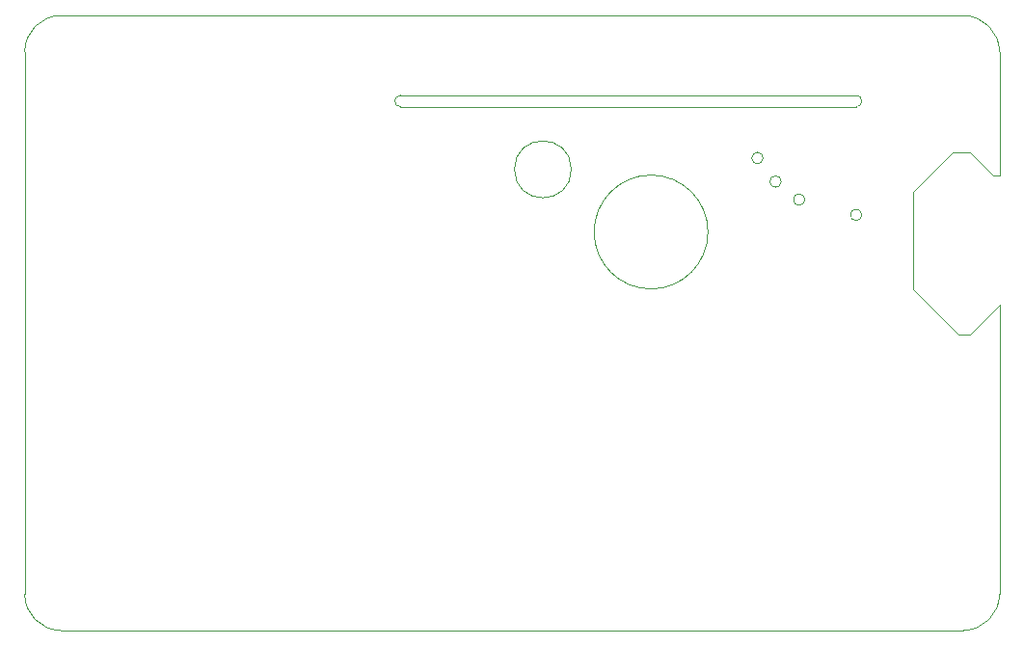
<source format=gbr>
%TF.GenerationSoftware,KiCad,Pcbnew,9.0.0*%
%TF.CreationDate,2025-03-10T01:27:30-04:00*%
%TF.ProjectId,cinna-chan-light,63696e6e-612d-4636-9861-6e2d6c696768,rev?*%
%TF.SameCoordinates,Original*%
%TF.FileFunction,Profile,NP*%
%FSLAX46Y46*%
G04 Gerber Fmt 4.6, Leading zero omitted, Abs format (unit mm)*
G04 Created by KiCad (PCBNEW 9.0.0) date 2025-03-10 01:27:30*
%MOMM*%
%LPD*%
G01*
G04 APERTURE LIST*
%TA.AperFunction,Profile*%
%ADD10C,0.050000*%
%TD*%
G04 APERTURE END LIST*
D10*
X138000000Y-73500000D02*
G75*
G02*
X133000000Y-73500000I-2500000J0D01*
G01*
X133000000Y-73500000D02*
G75*
G02*
X138000000Y-73500000I2500000J0D01*
G01*
X150000000Y-79000000D02*
G75*
G02*
X140000000Y-79000000I-5000000J0D01*
G01*
X140000000Y-79000000D02*
G75*
G02*
X150000000Y-79000000I5000000J0D01*
G01*
X158499999Y-76160250D02*
G75*
G02*
X157499999Y-76160250I-500000J0D01*
G01*
X157499999Y-76160250D02*
G75*
G02*
X158499999Y-76160250I500000J0D01*
G01*
X154839799Y-72500000D02*
G75*
G02*
X153839799Y-72500000I-500000J0D01*
G01*
X153839799Y-72500000D02*
G75*
G02*
X154839799Y-72500000I500000J0D01*
G01*
X156429999Y-74570000D02*
G75*
G02*
X155429999Y-74570000I-500000J0D01*
G01*
X155429999Y-74570000D02*
G75*
G02*
X156429999Y-74570000I500000J0D01*
G01*
X163499999Y-77500000D02*
G75*
G02*
X162499999Y-77500000I-500000J0D01*
G01*
X162499999Y-77500000D02*
G75*
G02*
X163499999Y-77500000I500000J0D01*
G01*
X123000000Y-68000000D02*
X162999999Y-68000000D01*
X162999999Y-67000000D02*
X123000000Y-67000000D01*
X123000000Y-68000000D02*
G75*
G02*
X123000000Y-67000000I0J500000D01*
G01*
X162999999Y-66999999D02*
G75*
G02*
X162999999Y-68000001I0J-500001D01*
G01*
X175597518Y-85402482D02*
X175597518Y-110798400D01*
X173000000Y-88000000D02*
X175597518Y-85402482D01*
X172000000Y-88000000D02*
X173000000Y-88000000D01*
X168000000Y-84000000D02*
X172000000Y-88000000D01*
X168000000Y-75500000D02*
X168000000Y-84000000D01*
X171500000Y-72000000D02*
X168000000Y-75500000D01*
X173000000Y-72000000D02*
X171500000Y-72000000D01*
X175000000Y-74000000D02*
X173000000Y-72000000D01*
X175597518Y-74000000D02*
X175000000Y-74000000D01*
X175597518Y-63184627D02*
X175597518Y-74000000D01*
X89997519Y-63178446D02*
G75*
G02*
X93177518Y-59998447I3179999J0D01*
G01*
X89997519Y-110798446D02*
X89997519Y-63178446D01*
X93177518Y-59998446D02*
X172417518Y-59998446D01*
X172417518Y-59998446D02*
G75*
G02*
X175597518Y-63178446I0J-3180000D01*
G01*
X175597518Y-110798446D02*
G75*
G02*
X172417518Y-113978446I-3180000J0D01*
G01*
X93177518Y-113978446D02*
G75*
G02*
X89997518Y-110798446I0J3180000D01*
G01*
X172417518Y-113978446D02*
X93177518Y-113978446D01*
M02*

</source>
